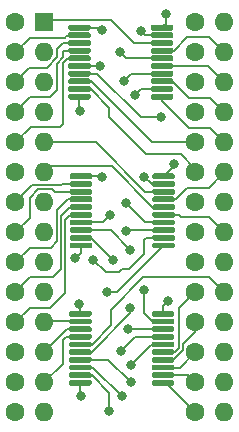
<source format=gtl>
G04 #@! TF.GenerationSoftware,KiCad,Pcbnew,(5.1.8)-1*
G04 #@! TF.CreationDate,2021-02-05T23:49:50-08:00*
G04 #@! TF.ProjectId,ROM_Emulator,524f4d5f-456d-4756-9c61-746f722e6b69,rev?*
G04 #@! TF.SameCoordinates,Original*
G04 #@! TF.FileFunction,Copper,L1,Top*
G04 #@! TF.FilePolarity,Positive*
%FSLAX46Y46*%
G04 Gerber Fmt 4.6, Leading zero omitted, Abs format (unit mm)*
G04 Created by KiCad (PCBNEW (5.1.8)-1) date 2021-02-05 23:49:50*
%MOMM*%
%LPD*%
G01*
G04 APERTURE LIST*
G04 #@! TA.AperFunction,ComponentPad*
%ADD10C,1.600000*%
G04 #@! TD*
G04 #@! TA.AperFunction,ComponentPad*
%ADD11O,1.600000X1.600000*%
G04 #@! TD*
G04 #@! TA.AperFunction,ComponentPad*
%ADD12R,1.600000X1.600000*%
G04 #@! TD*
G04 #@! TA.AperFunction,ViaPad*
%ADD13C,0.800000*%
G04 #@! TD*
G04 #@! TA.AperFunction,Conductor*
%ADD14C,0.152400*%
G04 #@! TD*
G04 APERTURE END LIST*
D10*
X179806600Y-116967000D03*
X164566600Y-116967000D03*
X179806600Y-114427000D03*
X179806600Y-111887000D03*
X179806600Y-109347000D03*
X179806600Y-106807000D03*
X179806600Y-104267000D03*
X179806600Y-101727000D03*
X179806600Y-99187000D03*
X179806600Y-96647000D03*
X179806600Y-94107000D03*
X179806600Y-91567000D03*
X179806600Y-89027000D03*
X179806600Y-86487000D03*
X179806600Y-83947000D03*
X164566600Y-114427000D03*
X164566600Y-111887000D03*
X164566600Y-109347000D03*
X164566600Y-106807000D03*
X164566600Y-104267000D03*
X164566600Y-101727000D03*
X164566600Y-99187000D03*
X164566600Y-96647000D03*
X164566600Y-94107000D03*
X164566600Y-91567000D03*
X164566600Y-89027000D03*
X164566600Y-86487000D03*
X164566600Y-83947000D03*
G04 #@! TA.AperFunction,SMDPad,CuDef*
G36*
G01*
X169057400Y-84525200D02*
X169057400Y-84275200D01*
G75*
G02*
X169182400Y-84150200I125000J0D01*
G01*
X170832400Y-84150200D01*
G75*
G02*
X170957400Y-84275200I0J-125000D01*
G01*
X170957400Y-84525200D01*
G75*
G02*
X170832400Y-84650200I-125000J0D01*
G01*
X169182400Y-84650200D01*
G75*
G02*
X169057400Y-84525200I0J125000D01*
G01*
G37*
G04 #@! TD.AperFunction*
G04 #@! TA.AperFunction,SMDPad,CuDef*
G36*
G01*
X169057400Y-85175200D02*
X169057400Y-84925200D01*
G75*
G02*
X169182400Y-84800200I125000J0D01*
G01*
X170832400Y-84800200D01*
G75*
G02*
X170957400Y-84925200I0J-125000D01*
G01*
X170957400Y-85175200D01*
G75*
G02*
X170832400Y-85300200I-125000J0D01*
G01*
X169182400Y-85300200D01*
G75*
G02*
X169057400Y-85175200I0J125000D01*
G01*
G37*
G04 #@! TD.AperFunction*
G04 #@! TA.AperFunction,SMDPad,CuDef*
G36*
G01*
X169057400Y-85825200D02*
X169057400Y-85575200D01*
G75*
G02*
X169182400Y-85450200I125000J0D01*
G01*
X170832400Y-85450200D01*
G75*
G02*
X170957400Y-85575200I0J-125000D01*
G01*
X170957400Y-85825200D01*
G75*
G02*
X170832400Y-85950200I-125000J0D01*
G01*
X169182400Y-85950200D01*
G75*
G02*
X169057400Y-85825200I0J125000D01*
G01*
G37*
G04 #@! TD.AperFunction*
G04 #@! TA.AperFunction,SMDPad,CuDef*
G36*
G01*
X169057400Y-86475200D02*
X169057400Y-86225200D01*
G75*
G02*
X169182400Y-86100200I125000J0D01*
G01*
X170832400Y-86100200D01*
G75*
G02*
X170957400Y-86225200I0J-125000D01*
G01*
X170957400Y-86475200D01*
G75*
G02*
X170832400Y-86600200I-125000J0D01*
G01*
X169182400Y-86600200D01*
G75*
G02*
X169057400Y-86475200I0J125000D01*
G01*
G37*
G04 #@! TD.AperFunction*
G04 #@! TA.AperFunction,SMDPad,CuDef*
G36*
G01*
X169057400Y-87125200D02*
X169057400Y-86875200D01*
G75*
G02*
X169182400Y-86750200I125000J0D01*
G01*
X170832400Y-86750200D01*
G75*
G02*
X170957400Y-86875200I0J-125000D01*
G01*
X170957400Y-87125200D01*
G75*
G02*
X170832400Y-87250200I-125000J0D01*
G01*
X169182400Y-87250200D01*
G75*
G02*
X169057400Y-87125200I0J125000D01*
G01*
G37*
G04 #@! TD.AperFunction*
G04 #@! TA.AperFunction,SMDPad,CuDef*
G36*
G01*
X169057400Y-87775200D02*
X169057400Y-87525200D01*
G75*
G02*
X169182400Y-87400200I125000J0D01*
G01*
X170832400Y-87400200D01*
G75*
G02*
X170957400Y-87525200I0J-125000D01*
G01*
X170957400Y-87775200D01*
G75*
G02*
X170832400Y-87900200I-125000J0D01*
G01*
X169182400Y-87900200D01*
G75*
G02*
X169057400Y-87775200I0J125000D01*
G01*
G37*
G04 #@! TD.AperFunction*
G04 #@! TA.AperFunction,SMDPad,CuDef*
G36*
G01*
X169057400Y-88425200D02*
X169057400Y-88175200D01*
G75*
G02*
X169182400Y-88050200I125000J0D01*
G01*
X170832400Y-88050200D01*
G75*
G02*
X170957400Y-88175200I0J-125000D01*
G01*
X170957400Y-88425200D01*
G75*
G02*
X170832400Y-88550200I-125000J0D01*
G01*
X169182400Y-88550200D01*
G75*
G02*
X169057400Y-88425200I0J125000D01*
G01*
G37*
G04 #@! TD.AperFunction*
G04 #@! TA.AperFunction,SMDPad,CuDef*
G36*
G01*
X169057400Y-89075200D02*
X169057400Y-88825200D01*
G75*
G02*
X169182400Y-88700200I125000J0D01*
G01*
X170832400Y-88700200D01*
G75*
G02*
X170957400Y-88825200I0J-125000D01*
G01*
X170957400Y-89075200D01*
G75*
G02*
X170832400Y-89200200I-125000J0D01*
G01*
X169182400Y-89200200D01*
G75*
G02*
X169057400Y-89075200I0J125000D01*
G01*
G37*
G04 #@! TD.AperFunction*
G04 #@! TA.AperFunction,SMDPad,CuDef*
G36*
G01*
X169057400Y-89725200D02*
X169057400Y-89475200D01*
G75*
G02*
X169182400Y-89350200I125000J0D01*
G01*
X170832400Y-89350200D01*
G75*
G02*
X170957400Y-89475200I0J-125000D01*
G01*
X170957400Y-89725200D01*
G75*
G02*
X170832400Y-89850200I-125000J0D01*
G01*
X169182400Y-89850200D01*
G75*
G02*
X169057400Y-89725200I0J125000D01*
G01*
G37*
G04 #@! TD.AperFunction*
G04 #@! TA.AperFunction,SMDPad,CuDef*
G36*
G01*
X169057400Y-90375200D02*
X169057400Y-90125200D01*
G75*
G02*
X169182400Y-90000200I125000J0D01*
G01*
X170832400Y-90000200D01*
G75*
G02*
X170957400Y-90125200I0J-125000D01*
G01*
X170957400Y-90375200D01*
G75*
G02*
X170832400Y-90500200I-125000J0D01*
G01*
X169182400Y-90500200D01*
G75*
G02*
X169057400Y-90375200I0J125000D01*
G01*
G37*
G04 #@! TD.AperFunction*
G04 #@! TA.AperFunction,SMDPad,CuDef*
G36*
G01*
X176057400Y-90375200D02*
X176057400Y-90125200D01*
G75*
G02*
X176182400Y-90000200I125000J0D01*
G01*
X177832400Y-90000200D01*
G75*
G02*
X177957400Y-90125200I0J-125000D01*
G01*
X177957400Y-90375200D01*
G75*
G02*
X177832400Y-90500200I-125000J0D01*
G01*
X176182400Y-90500200D01*
G75*
G02*
X176057400Y-90375200I0J125000D01*
G01*
G37*
G04 #@! TD.AperFunction*
G04 #@! TA.AperFunction,SMDPad,CuDef*
G36*
G01*
X176057400Y-89725200D02*
X176057400Y-89475200D01*
G75*
G02*
X176182400Y-89350200I125000J0D01*
G01*
X177832400Y-89350200D01*
G75*
G02*
X177957400Y-89475200I0J-125000D01*
G01*
X177957400Y-89725200D01*
G75*
G02*
X177832400Y-89850200I-125000J0D01*
G01*
X176182400Y-89850200D01*
G75*
G02*
X176057400Y-89725200I0J125000D01*
G01*
G37*
G04 #@! TD.AperFunction*
G04 #@! TA.AperFunction,SMDPad,CuDef*
G36*
G01*
X176057400Y-89075200D02*
X176057400Y-88825200D01*
G75*
G02*
X176182400Y-88700200I125000J0D01*
G01*
X177832400Y-88700200D01*
G75*
G02*
X177957400Y-88825200I0J-125000D01*
G01*
X177957400Y-89075200D01*
G75*
G02*
X177832400Y-89200200I-125000J0D01*
G01*
X176182400Y-89200200D01*
G75*
G02*
X176057400Y-89075200I0J125000D01*
G01*
G37*
G04 #@! TD.AperFunction*
G04 #@! TA.AperFunction,SMDPad,CuDef*
G36*
G01*
X176057400Y-88425200D02*
X176057400Y-88175200D01*
G75*
G02*
X176182400Y-88050200I125000J0D01*
G01*
X177832400Y-88050200D01*
G75*
G02*
X177957400Y-88175200I0J-125000D01*
G01*
X177957400Y-88425200D01*
G75*
G02*
X177832400Y-88550200I-125000J0D01*
G01*
X176182400Y-88550200D01*
G75*
G02*
X176057400Y-88425200I0J125000D01*
G01*
G37*
G04 #@! TD.AperFunction*
G04 #@! TA.AperFunction,SMDPad,CuDef*
G36*
G01*
X176057400Y-87775200D02*
X176057400Y-87525200D01*
G75*
G02*
X176182400Y-87400200I125000J0D01*
G01*
X177832400Y-87400200D01*
G75*
G02*
X177957400Y-87525200I0J-125000D01*
G01*
X177957400Y-87775200D01*
G75*
G02*
X177832400Y-87900200I-125000J0D01*
G01*
X176182400Y-87900200D01*
G75*
G02*
X176057400Y-87775200I0J125000D01*
G01*
G37*
G04 #@! TD.AperFunction*
G04 #@! TA.AperFunction,SMDPad,CuDef*
G36*
G01*
X176057400Y-87125200D02*
X176057400Y-86875200D01*
G75*
G02*
X176182400Y-86750200I125000J0D01*
G01*
X177832400Y-86750200D01*
G75*
G02*
X177957400Y-86875200I0J-125000D01*
G01*
X177957400Y-87125200D01*
G75*
G02*
X177832400Y-87250200I-125000J0D01*
G01*
X176182400Y-87250200D01*
G75*
G02*
X176057400Y-87125200I0J125000D01*
G01*
G37*
G04 #@! TD.AperFunction*
G04 #@! TA.AperFunction,SMDPad,CuDef*
G36*
G01*
X176057400Y-86475200D02*
X176057400Y-86225200D01*
G75*
G02*
X176182400Y-86100200I125000J0D01*
G01*
X177832400Y-86100200D01*
G75*
G02*
X177957400Y-86225200I0J-125000D01*
G01*
X177957400Y-86475200D01*
G75*
G02*
X177832400Y-86600200I-125000J0D01*
G01*
X176182400Y-86600200D01*
G75*
G02*
X176057400Y-86475200I0J125000D01*
G01*
G37*
G04 #@! TD.AperFunction*
G04 #@! TA.AperFunction,SMDPad,CuDef*
G36*
G01*
X176057400Y-85825200D02*
X176057400Y-85575200D01*
G75*
G02*
X176182400Y-85450200I125000J0D01*
G01*
X177832400Y-85450200D01*
G75*
G02*
X177957400Y-85575200I0J-125000D01*
G01*
X177957400Y-85825200D01*
G75*
G02*
X177832400Y-85950200I-125000J0D01*
G01*
X176182400Y-85950200D01*
G75*
G02*
X176057400Y-85825200I0J125000D01*
G01*
G37*
G04 #@! TD.AperFunction*
G04 #@! TA.AperFunction,SMDPad,CuDef*
G36*
G01*
X176057400Y-85175200D02*
X176057400Y-84925200D01*
G75*
G02*
X176182400Y-84800200I125000J0D01*
G01*
X177832400Y-84800200D01*
G75*
G02*
X177957400Y-84925200I0J-125000D01*
G01*
X177957400Y-85175200D01*
G75*
G02*
X177832400Y-85300200I-125000J0D01*
G01*
X176182400Y-85300200D01*
G75*
G02*
X176057400Y-85175200I0J125000D01*
G01*
G37*
G04 #@! TD.AperFunction*
G04 #@! TA.AperFunction,SMDPad,CuDef*
G36*
G01*
X176057400Y-84525200D02*
X176057400Y-84275200D01*
G75*
G02*
X176182400Y-84150200I125000J0D01*
G01*
X177832400Y-84150200D01*
G75*
G02*
X177957400Y-84275200I0J-125000D01*
G01*
X177957400Y-84525200D01*
G75*
G02*
X177832400Y-84650200I-125000J0D01*
G01*
X176182400Y-84650200D01*
G75*
G02*
X176057400Y-84525200I0J125000D01*
G01*
G37*
G04 #@! TD.AperFunction*
G04 #@! TA.AperFunction,SMDPad,CuDef*
G36*
G01*
X176184400Y-97123600D02*
X176184400Y-96873600D01*
G75*
G02*
X176309400Y-96748600I125000J0D01*
G01*
X177959400Y-96748600D01*
G75*
G02*
X178084400Y-96873600I0J-125000D01*
G01*
X178084400Y-97123600D01*
G75*
G02*
X177959400Y-97248600I-125000J0D01*
G01*
X176309400Y-97248600D01*
G75*
G02*
X176184400Y-97123600I0J125000D01*
G01*
G37*
G04 #@! TD.AperFunction*
G04 #@! TA.AperFunction,SMDPad,CuDef*
G36*
G01*
X176184400Y-97773600D02*
X176184400Y-97523600D01*
G75*
G02*
X176309400Y-97398600I125000J0D01*
G01*
X177959400Y-97398600D01*
G75*
G02*
X178084400Y-97523600I0J-125000D01*
G01*
X178084400Y-97773600D01*
G75*
G02*
X177959400Y-97898600I-125000J0D01*
G01*
X176309400Y-97898600D01*
G75*
G02*
X176184400Y-97773600I0J125000D01*
G01*
G37*
G04 #@! TD.AperFunction*
G04 #@! TA.AperFunction,SMDPad,CuDef*
G36*
G01*
X176184400Y-98423600D02*
X176184400Y-98173600D01*
G75*
G02*
X176309400Y-98048600I125000J0D01*
G01*
X177959400Y-98048600D01*
G75*
G02*
X178084400Y-98173600I0J-125000D01*
G01*
X178084400Y-98423600D01*
G75*
G02*
X177959400Y-98548600I-125000J0D01*
G01*
X176309400Y-98548600D01*
G75*
G02*
X176184400Y-98423600I0J125000D01*
G01*
G37*
G04 #@! TD.AperFunction*
G04 #@! TA.AperFunction,SMDPad,CuDef*
G36*
G01*
X176184400Y-99073600D02*
X176184400Y-98823600D01*
G75*
G02*
X176309400Y-98698600I125000J0D01*
G01*
X177959400Y-98698600D01*
G75*
G02*
X178084400Y-98823600I0J-125000D01*
G01*
X178084400Y-99073600D01*
G75*
G02*
X177959400Y-99198600I-125000J0D01*
G01*
X176309400Y-99198600D01*
G75*
G02*
X176184400Y-99073600I0J125000D01*
G01*
G37*
G04 #@! TD.AperFunction*
G04 #@! TA.AperFunction,SMDPad,CuDef*
G36*
G01*
X176184400Y-99723600D02*
X176184400Y-99473600D01*
G75*
G02*
X176309400Y-99348600I125000J0D01*
G01*
X177959400Y-99348600D01*
G75*
G02*
X178084400Y-99473600I0J-125000D01*
G01*
X178084400Y-99723600D01*
G75*
G02*
X177959400Y-99848600I-125000J0D01*
G01*
X176309400Y-99848600D01*
G75*
G02*
X176184400Y-99723600I0J125000D01*
G01*
G37*
G04 #@! TD.AperFunction*
G04 #@! TA.AperFunction,SMDPad,CuDef*
G36*
G01*
X176184400Y-100373600D02*
X176184400Y-100123600D01*
G75*
G02*
X176309400Y-99998600I125000J0D01*
G01*
X177959400Y-99998600D01*
G75*
G02*
X178084400Y-100123600I0J-125000D01*
G01*
X178084400Y-100373600D01*
G75*
G02*
X177959400Y-100498600I-125000J0D01*
G01*
X176309400Y-100498600D01*
G75*
G02*
X176184400Y-100373600I0J125000D01*
G01*
G37*
G04 #@! TD.AperFunction*
G04 #@! TA.AperFunction,SMDPad,CuDef*
G36*
G01*
X176184400Y-101023600D02*
X176184400Y-100773600D01*
G75*
G02*
X176309400Y-100648600I125000J0D01*
G01*
X177959400Y-100648600D01*
G75*
G02*
X178084400Y-100773600I0J-125000D01*
G01*
X178084400Y-101023600D01*
G75*
G02*
X177959400Y-101148600I-125000J0D01*
G01*
X176309400Y-101148600D01*
G75*
G02*
X176184400Y-101023600I0J125000D01*
G01*
G37*
G04 #@! TD.AperFunction*
G04 #@! TA.AperFunction,SMDPad,CuDef*
G36*
G01*
X176184400Y-101673600D02*
X176184400Y-101423600D01*
G75*
G02*
X176309400Y-101298600I125000J0D01*
G01*
X177959400Y-101298600D01*
G75*
G02*
X178084400Y-101423600I0J-125000D01*
G01*
X178084400Y-101673600D01*
G75*
G02*
X177959400Y-101798600I-125000J0D01*
G01*
X176309400Y-101798600D01*
G75*
G02*
X176184400Y-101673600I0J125000D01*
G01*
G37*
G04 #@! TD.AperFunction*
G04 #@! TA.AperFunction,SMDPad,CuDef*
G36*
G01*
X176184400Y-102323600D02*
X176184400Y-102073600D01*
G75*
G02*
X176309400Y-101948600I125000J0D01*
G01*
X177959400Y-101948600D01*
G75*
G02*
X178084400Y-102073600I0J-125000D01*
G01*
X178084400Y-102323600D01*
G75*
G02*
X177959400Y-102448600I-125000J0D01*
G01*
X176309400Y-102448600D01*
G75*
G02*
X176184400Y-102323600I0J125000D01*
G01*
G37*
G04 #@! TD.AperFunction*
G04 #@! TA.AperFunction,SMDPad,CuDef*
G36*
G01*
X176184400Y-102973600D02*
X176184400Y-102723600D01*
G75*
G02*
X176309400Y-102598600I125000J0D01*
G01*
X177959400Y-102598600D01*
G75*
G02*
X178084400Y-102723600I0J-125000D01*
G01*
X178084400Y-102973600D01*
G75*
G02*
X177959400Y-103098600I-125000J0D01*
G01*
X176309400Y-103098600D01*
G75*
G02*
X176184400Y-102973600I0J125000D01*
G01*
G37*
G04 #@! TD.AperFunction*
G04 #@! TA.AperFunction,SMDPad,CuDef*
G36*
G01*
X169184400Y-102973600D02*
X169184400Y-102723600D01*
G75*
G02*
X169309400Y-102598600I125000J0D01*
G01*
X170959400Y-102598600D01*
G75*
G02*
X171084400Y-102723600I0J-125000D01*
G01*
X171084400Y-102973600D01*
G75*
G02*
X170959400Y-103098600I-125000J0D01*
G01*
X169309400Y-103098600D01*
G75*
G02*
X169184400Y-102973600I0J125000D01*
G01*
G37*
G04 #@! TD.AperFunction*
G04 #@! TA.AperFunction,SMDPad,CuDef*
G36*
G01*
X169184400Y-102323600D02*
X169184400Y-102073600D01*
G75*
G02*
X169309400Y-101948600I125000J0D01*
G01*
X170959400Y-101948600D01*
G75*
G02*
X171084400Y-102073600I0J-125000D01*
G01*
X171084400Y-102323600D01*
G75*
G02*
X170959400Y-102448600I-125000J0D01*
G01*
X169309400Y-102448600D01*
G75*
G02*
X169184400Y-102323600I0J125000D01*
G01*
G37*
G04 #@! TD.AperFunction*
G04 #@! TA.AperFunction,SMDPad,CuDef*
G36*
G01*
X169184400Y-101673600D02*
X169184400Y-101423600D01*
G75*
G02*
X169309400Y-101298600I125000J0D01*
G01*
X170959400Y-101298600D01*
G75*
G02*
X171084400Y-101423600I0J-125000D01*
G01*
X171084400Y-101673600D01*
G75*
G02*
X170959400Y-101798600I-125000J0D01*
G01*
X169309400Y-101798600D01*
G75*
G02*
X169184400Y-101673600I0J125000D01*
G01*
G37*
G04 #@! TD.AperFunction*
G04 #@! TA.AperFunction,SMDPad,CuDef*
G36*
G01*
X169184400Y-101023600D02*
X169184400Y-100773600D01*
G75*
G02*
X169309400Y-100648600I125000J0D01*
G01*
X170959400Y-100648600D01*
G75*
G02*
X171084400Y-100773600I0J-125000D01*
G01*
X171084400Y-101023600D01*
G75*
G02*
X170959400Y-101148600I-125000J0D01*
G01*
X169309400Y-101148600D01*
G75*
G02*
X169184400Y-101023600I0J125000D01*
G01*
G37*
G04 #@! TD.AperFunction*
G04 #@! TA.AperFunction,SMDPad,CuDef*
G36*
G01*
X169184400Y-100373600D02*
X169184400Y-100123600D01*
G75*
G02*
X169309400Y-99998600I125000J0D01*
G01*
X170959400Y-99998600D01*
G75*
G02*
X171084400Y-100123600I0J-125000D01*
G01*
X171084400Y-100373600D01*
G75*
G02*
X170959400Y-100498600I-125000J0D01*
G01*
X169309400Y-100498600D01*
G75*
G02*
X169184400Y-100373600I0J125000D01*
G01*
G37*
G04 #@! TD.AperFunction*
G04 #@! TA.AperFunction,SMDPad,CuDef*
G36*
G01*
X169184400Y-99723600D02*
X169184400Y-99473600D01*
G75*
G02*
X169309400Y-99348600I125000J0D01*
G01*
X170959400Y-99348600D01*
G75*
G02*
X171084400Y-99473600I0J-125000D01*
G01*
X171084400Y-99723600D01*
G75*
G02*
X170959400Y-99848600I-125000J0D01*
G01*
X169309400Y-99848600D01*
G75*
G02*
X169184400Y-99723600I0J125000D01*
G01*
G37*
G04 #@! TD.AperFunction*
G04 #@! TA.AperFunction,SMDPad,CuDef*
G36*
G01*
X169184400Y-99073600D02*
X169184400Y-98823600D01*
G75*
G02*
X169309400Y-98698600I125000J0D01*
G01*
X170959400Y-98698600D01*
G75*
G02*
X171084400Y-98823600I0J-125000D01*
G01*
X171084400Y-99073600D01*
G75*
G02*
X170959400Y-99198600I-125000J0D01*
G01*
X169309400Y-99198600D01*
G75*
G02*
X169184400Y-99073600I0J125000D01*
G01*
G37*
G04 #@! TD.AperFunction*
G04 #@! TA.AperFunction,SMDPad,CuDef*
G36*
G01*
X169184400Y-98423600D02*
X169184400Y-98173600D01*
G75*
G02*
X169309400Y-98048600I125000J0D01*
G01*
X170959400Y-98048600D01*
G75*
G02*
X171084400Y-98173600I0J-125000D01*
G01*
X171084400Y-98423600D01*
G75*
G02*
X170959400Y-98548600I-125000J0D01*
G01*
X169309400Y-98548600D01*
G75*
G02*
X169184400Y-98423600I0J125000D01*
G01*
G37*
G04 #@! TD.AperFunction*
G04 #@! TA.AperFunction,SMDPad,CuDef*
G36*
G01*
X169184400Y-97773600D02*
X169184400Y-97523600D01*
G75*
G02*
X169309400Y-97398600I125000J0D01*
G01*
X170959400Y-97398600D01*
G75*
G02*
X171084400Y-97523600I0J-125000D01*
G01*
X171084400Y-97773600D01*
G75*
G02*
X170959400Y-97898600I-125000J0D01*
G01*
X169309400Y-97898600D01*
G75*
G02*
X169184400Y-97773600I0J125000D01*
G01*
G37*
G04 #@! TD.AperFunction*
G04 #@! TA.AperFunction,SMDPad,CuDef*
G36*
G01*
X169184400Y-97123600D02*
X169184400Y-96873600D01*
G75*
G02*
X169309400Y-96748600I125000J0D01*
G01*
X170959400Y-96748600D01*
G75*
G02*
X171084400Y-96873600I0J-125000D01*
G01*
X171084400Y-97123600D01*
G75*
G02*
X170959400Y-97248600I-125000J0D01*
G01*
X169309400Y-97248600D01*
G75*
G02*
X169184400Y-97123600I0J125000D01*
G01*
G37*
G04 #@! TD.AperFunction*
G04 #@! TA.AperFunction,SMDPad,CuDef*
G36*
G01*
X176133600Y-108756800D02*
X176133600Y-108506800D01*
G75*
G02*
X176258600Y-108381800I125000J0D01*
G01*
X177908600Y-108381800D01*
G75*
G02*
X178033600Y-108506800I0J-125000D01*
G01*
X178033600Y-108756800D01*
G75*
G02*
X177908600Y-108881800I-125000J0D01*
G01*
X176258600Y-108881800D01*
G75*
G02*
X176133600Y-108756800I0J125000D01*
G01*
G37*
G04 #@! TD.AperFunction*
G04 #@! TA.AperFunction,SMDPad,CuDef*
G36*
G01*
X176133600Y-109406800D02*
X176133600Y-109156800D01*
G75*
G02*
X176258600Y-109031800I125000J0D01*
G01*
X177908600Y-109031800D01*
G75*
G02*
X178033600Y-109156800I0J-125000D01*
G01*
X178033600Y-109406800D01*
G75*
G02*
X177908600Y-109531800I-125000J0D01*
G01*
X176258600Y-109531800D01*
G75*
G02*
X176133600Y-109406800I0J125000D01*
G01*
G37*
G04 #@! TD.AperFunction*
G04 #@! TA.AperFunction,SMDPad,CuDef*
G36*
G01*
X176133600Y-110056800D02*
X176133600Y-109806800D01*
G75*
G02*
X176258600Y-109681800I125000J0D01*
G01*
X177908600Y-109681800D01*
G75*
G02*
X178033600Y-109806800I0J-125000D01*
G01*
X178033600Y-110056800D01*
G75*
G02*
X177908600Y-110181800I-125000J0D01*
G01*
X176258600Y-110181800D01*
G75*
G02*
X176133600Y-110056800I0J125000D01*
G01*
G37*
G04 #@! TD.AperFunction*
G04 #@! TA.AperFunction,SMDPad,CuDef*
G36*
G01*
X176133600Y-110706800D02*
X176133600Y-110456800D01*
G75*
G02*
X176258600Y-110331800I125000J0D01*
G01*
X177908600Y-110331800D01*
G75*
G02*
X178033600Y-110456800I0J-125000D01*
G01*
X178033600Y-110706800D01*
G75*
G02*
X177908600Y-110831800I-125000J0D01*
G01*
X176258600Y-110831800D01*
G75*
G02*
X176133600Y-110706800I0J125000D01*
G01*
G37*
G04 #@! TD.AperFunction*
G04 #@! TA.AperFunction,SMDPad,CuDef*
G36*
G01*
X176133600Y-111356800D02*
X176133600Y-111106800D01*
G75*
G02*
X176258600Y-110981800I125000J0D01*
G01*
X177908600Y-110981800D01*
G75*
G02*
X178033600Y-111106800I0J-125000D01*
G01*
X178033600Y-111356800D01*
G75*
G02*
X177908600Y-111481800I-125000J0D01*
G01*
X176258600Y-111481800D01*
G75*
G02*
X176133600Y-111356800I0J125000D01*
G01*
G37*
G04 #@! TD.AperFunction*
G04 #@! TA.AperFunction,SMDPad,CuDef*
G36*
G01*
X176133600Y-112006800D02*
X176133600Y-111756800D01*
G75*
G02*
X176258600Y-111631800I125000J0D01*
G01*
X177908600Y-111631800D01*
G75*
G02*
X178033600Y-111756800I0J-125000D01*
G01*
X178033600Y-112006800D01*
G75*
G02*
X177908600Y-112131800I-125000J0D01*
G01*
X176258600Y-112131800D01*
G75*
G02*
X176133600Y-112006800I0J125000D01*
G01*
G37*
G04 #@! TD.AperFunction*
G04 #@! TA.AperFunction,SMDPad,CuDef*
G36*
G01*
X176133600Y-112656800D02*
X176133600Y-112406800D01*
G75*
G02*
X176258600Y-112281800I125000J0D01*
G01*
X177908600Y-112281800D01*
G75*
G02*
X178033600Y-112406800I0J-125000D01*
G01*
X178033600Y-112656800D01*
G75*
G02*
X177908600Y-112781800I-125000J0D01*
G01*
X176258600Y-112781800D01*
G75*
G02*
X176133600Y-112656800I0J125000D01*
G01*
G37*
G04 #@! TD.AperFunction*
G04 #@! TA.AperFunction,SMDPad,CuDef*
G36*
G01*
X176133600Y-113306800D02*
X176133600Y-113056800D01*
G75*
G02*
X176258600Y-112931800I125000J0D01*
G01*
X177908600Y-112931800D01*
G75*
G02*
X178033600Y-113056800I0J-125000D01*
G01*
X178033600Y-113306800D01*
G75*
G02*
X177908600Y-113431800I-125000J0D01*
G01*
X176258600Y-113431800D01*
G75*
G02*
X176133600Y-113306800I0J125000D01*
G01*
G37*
G04 #@! TD.AperFunction*
G04 #@! TA.AperFunction,SMDPad,CuDef*
G36*
G01*
X176133600Y-113956800D02*
X176133600Y-113706800D01*
G75*
G02*
X176258600Y-113581800I125000J0D01*
G01*
X177908600Y-113581800D01*
G75*
G02*
X178033600Y-113706800I0J-125000D01*
G01*
X178033600Y-113956800D01*
G75*
G02*
X177908600Y-114081800I-125000J0D01*
G01*
X176258600Y-114081800D01*
G75*
G02*
X176133600Y-113956800I0J125000D01*
G01*
G37*
G04 #@! TD.AperFunction*
G04 #@! TA.AperFunction,SMDPad,CuDef*
G36*
G01*
X176133600Y-114606800D02*
X176133600Y-114356800D01*
G75*
G02*
X176258600Y-114231800I125000J0D01*
G01*
X177908600Y-114231800D01*
G75*
G02*
X178033600Y-114356800I0J-125000D01*
G01*
X178033600Y-114606800D01*
G75*
G02*
X177908600Y-114731800I-125000J0D01*
G01*
X176258600Y-114731800D01*
G75*
G02*
X176133600Y-114606800I0J125000D01*
G01*
G37*
G04 #@! TD.AperFunction*
G04 #@! TA.AperFunction,SMDPad,CuDef*
G36*
G01*
X169133600Y-114606800D02*
X169133600Y-114356800D01*
G75*
G02*
X169258600Y-114231800I125000J0D01*
G01*
X170908600Y-114231800D01*
G75*
G02*
X171033600Y-114356800I0J-125000D01*
G01*
X171033600Y-114606800D01*
G75*
G02*
X170908600Y-114731800I-125000J0D01*
G01*
X169258600Y-114731800D01*
G75*
G02*
X169133600Y-114606800I0J125000D01*
G01*
G37*
G04 #@! TD.AperFunction*
G04 #@! TA.AperFunction,SMDPad,CuDef*
G36*
G01*
X169133600Y-113956800D02*
X169133600Y-113706800D01*
G75*
G02*
X169258600Y-113581800I125000J0D01*
G01*
X170908600Y-113581800D01*
G75*
G02*
X171033600Y-113706800I0J-125000D01*
G01*
X171033600Y-113956800D01*
G75*
G02*
X170908600Y-114081800I-125000J0D01*
G01*
X169258600Y-114081800D01*
G75*
G02*
X169133600Y-113956800I0J125000D01*
G01*
G37*
G04 #@! TD.AperFunction*
G04 #@! TA.AperFunction,SMDPad,CuDef*
G36*
G01*
X169133600Y-113306800D02*
X169133600Y-113056800D01*
G75*
G02*
X169258600Y-112931800I125000J0D01*
G01*
X170908600Y-112931800D01*
G75*
G02*
X171033600Y-113056800I0J-125000D01*
G01*
X171033600Y-113306800D01*
G75*
G02*
X170908600Y-113431800I-125000J0D01*
G01*
X169258600Y-113431800D01*
G75*
G02*
X169133600Y-113306800I0J125000D01*
G01*
G37*
G04 #@! TD.AperFunction*
G04 #@! TA.AperFunction,SMDPad,CuDef*
G36*
G01*
X169133600Y-112656800D02*
X169133600Y-112406800D01*
G75*
G02*
X169258600Y-112281800I125000J0D01*
G01*
X170908600Y-112281800D01*
G75*
G02*
X171033600Y-112406800I0J-125000D01*
G01*
X171033600Y-112656800D01*
G75*
G02*
X170908600Y-112781800I-125000J0D01*
G01*
X169258600Y-112781800D01*
G75*
G02*
X169133600Y-112656800I0J125000D01*
G01*
G37*
G04 #@! TD.AperFunction*
G04 #@! TA.AperFunction,SMDPad,CuDef*
G36*
G01*
X169133600Y-112006800D02*
X169133600Y-111756800D01*
G75*
G02*
X169258600Y-111631800I125000J0D01*
G01*
X170908600Y-111631800D01*
G75*
G02*
X171033600Y-111756800I0J-125000D01*
G01*
X171033600Y-112006800D01*
G75*
G02*
X170908600Y-112131800I-125000J0D01*
G01*
X169258600Y-112131800D01*
G75*
G02*
X169133600Y-112006800I0J125000D01*
G01*
G37*
G04 #@! TD.AperFunction*
G04 #@! TA.AperFunction,SMDPad,CuDef*
G36*
G01*
X169133600Y-111356800D02*
X169133600Y-111106800D01*
G75*
G02*
X169258600Y-110981800I125000J0D01*
G01*
X170908600Y-110981800D01*
G75*
G02*
X171033600Y-111106800I0J-125000D01*
G01*
X171033600Y-111356800D01*
G75*
G02*
X170908600Y-111481800I-125000J0D01*
G01*
X169258600Y-111481800D01*
G75*
G02*
X169133600Y-111356800I0J125000D01*
G01*
G37*
G04 #@! TD.AperFunction*
G04 #@! TA.AperFunction,SMDPad,CuDef*
G36*
G01*
X169133600Y-110706800D02*
X169133600Y-110456800D01*
G75*
G02*
X169258600Y-110331800I125000J0D01*
G01*
X170908600Y-110331800D01*
G75*
G02*
X171033600Y-110456800I0J-125000D01*
G01*
X171033600Y-110706800D01*
G75*
G02*
X170908600Y-110831800I-125000J0D01*
G01*
X169258600Y-110831800D01*
G75*
G02*
X169133600Y-110706800I0J125000D01*
G01*
G37*
G04 #@! TD.AperFunction*
G04 #@! TA.AperFunction,SMDPad,CuDef*
G36*
G01*
X169133600Y-110056800D02*
X169133600Y-109806800D01*
G75*
G02*
X169258600Y-109681800I125000J0D01*
G01*
X170908600Y-109681800D01*
G75*
G02*
X171033600Y-109806800I0J-125000D01*
G01*
X171033600Y-110056800D01*
G75*
G02*
X170908600Y-110181800I-125000J0D01*
G01*
X169258600Y-110181800D01*
G75*
G02*
X169133600Y-110056800I0J125000D01*
G01*
G37*
G04 #@! TD.AperFunction*
G04 #@! TA.AperFunction,SMDPad,CuDef*
G36*
G01*
X169133600Y-109406800D02*
X169133600Y-109156800D01*
G75*
G02*
X169258600Y-109031800I125000J0D01*
G01*
X170908600Y-109031800D01*
G75*
G02*
X171033600Y-109156800I0J-125000D01*
G01*
X171033600Y-109406800D01*
G75*
G02*
X170908600Y-109531800I-125000J0D01*
G01*
X169258600Y-109531800D01*
G75*
G02*
X169133600Y-109406800I0J125000D01*
G01*
G37*
G04 #@! TD.AperFunction*
G04 #@! TA.AperFunction,SMDPad,CuDef*
G36*
G01*
X169133600Y-108756800D02*
X169133600Y-108506800D01*
G75*
G02*
X169258600Y-108381800I125000J0D01*
G01*
X170908600Y-108381800D01*
G75*
G02*
X171033600Y-108506800I0J-125000D01*
G01*
X171033600Y-108756800D01*
G75*
G02*
X170908600Y-108881800I-125000J0D01*
G01*
X169258600Y-108881800D01*
G75*
G02*
X169133600Y-108756800I0J125000D01*
G01*
G37*
G04 #@! TD.AperFunction*
D11*
X182270400Y-83947000D03*
X167030400Y-116967000D03*
X182270400Y-86487000D03*
X167030400Y-114427000D03*
X182270400Y-89027000D03*
X167030400Y-111887000D03*
X182270400Y-91567000D03*
X167030400Y-109347000D03*
X182270400Y-94107000D03*
X167030400Y-106807000D03*
X182270400Y-96647000D03*
X167030400Y-104267000D03*
X182270400Y-99187000D03*
X167030400Y-101727000D03*
X182270400Y-101727000D03*
X167030400Y-99187000D03*
X182270400Y-104267000D03*
X167030400Y-96647000D03*
X182270400Y-106807000D03*
X167030400Y-94107000D03*
X182270400Y-109347000D03*
X167030400Y-91567000D03*
X182270400Y-111887000D03*
X167030400Y-89027000D03*
X182270400Y-114427000D03*
X167030400Y-86487000D03*
X182270400Y-116967000D03*
D12*
X167030400Y-83947000D03*
D13*
X171881800Y-84582000D03*
X170053000Y-91440000D03*
X171907200Y-97078800D03*
X170002200Y-107772200D03*
X170129200Y-115570000D03*
X175183800Y-84709000D03*
X175514000Y-97028000D03*
X169672000Y-103911400D03*
X172339000Y-106807000D03*
X171196000Y-104038400D03*
X175437800Y-106629200D03*
X173913800Y-101600000D03*
X173913800Y-99237800D03*
X174320200Y-108102400D03*
X174734220Y-90065860D03*
X174345600Y-114427000D03*
X173786800Y-88900000D03*
X173583600Y-115570000D03*
X173405800Y-86487000D03*
X172516800Y-116890800D03*
X177317400Y-83286600D03*
X177520600Y-107518200D03*
X178003200Y-95961200D03*
X174091600Y-109931200D03*
X173507400Y-111785400D03*
X174345602Y-112928400D03*
X171754800Y-87655400D03*
X172618400Y-100253800D03*
X174320200Y-103200200D03*
X172847000Y-104089200D03*
X176911000Y-91998800D03*
D14*
X171700000Y-84400200D02*
X171881800Y-84582000D01*
X170007400Y-84400200D02*
X171700000Y-84400200D01*
X170007400Y-90250200D02*
X170007400Y-91394400D01*
X170007400Y-91394400D02*
X170053000Y-91440000D01*
X171827000Y-96998600D02*
X171907200Y-97078800D01*
X170134400Y-96998600D02*
X171827000Y-96998600D01*
X170083600Y-107853600D02*
X170002200Y-107772200D01*
X170083600Y-108631800D02*
X170083600Y-107853600D01*
X170083600Y-115524400D02*
X170129200Y-115570000D01*
X170083600Y-114481800D02*
X170083600Y-115524400D01*
X175525000Y-85050200D02*
X175183800Y-84709000D01*
X177007400Y-85050200D02*
X175525000Y-85050200D01*
X176134600Y-97648600D02*
X175514000Y-97028000D01*
X177134400Y-97648600D02*
X176134600Y-97648600D01*
X170134400Y-103449000D02*
X169672000Y-103911400D01*
X170134400Y-102848600D02*
X170134400Y-103449000D01*
X181000400Y-85217000D02*
X182270400Y-86487000D01*
X179146200Y-85217000D02*
X181000400Y-85217000D01*
X178013000Y-86350200D02*
X179146200Y-85217000D01*
X177007400Y-86350200D02*
X178013000Y-86350200D01*
X168605200Y-112852200D02*
X167030400Y-114427000D01*
X168907100Y-110581800D02*
X168605200Y-110883700D01*
X168605200Y-110883700D02*
X168605200Y-112852200D01*
X170083600Y-110581800D02*
X168907100Y-110581800D01*
X180893600Y-87650200D02*
X182270400Y-89027000D01*
X177007400Y-87650200D02*
X180893600Y-87650200D01*
X168985600Y-109931800D02*
X167030400Y-111887000D01*
X170083600Y-109931800D02*
X168985600Y-109931800D01*
X181051200Y-90347800D02*
X182270400Y-91567000D01*
X179273200Y-90347800D02*
X181051200Y-90347800D01*
X177875600Y-88950200D02*
X179273200Y-90347800D01*
X177007400Y-88950200D02*
X177875600Y-88950200D01*
X167095600Y-109281800D02*
X167030400Y-109347000D01*
X170083600Y-109281800D02*
X167095600Y-109281800D01*
X181025800Y-92862400D02*
X182270400Y-94107000D01*
X179273200Y-92862400D02*
X181025800Y-92862400D01*
X177007400Y-90596600D02*
X179273200Y-92862400D01*
X177007400Y-90250200D02*
X177007400Y-90596600D01*
X177134400Y-102848600D02*
X173176000Y-106807000D01*
X172339000Y-106807000D02*
X173176000Y-106807000D01*
X180949600Y-97967800D02*
X182270400Y-96647000D01*
X179146200Y-97967800D02*
X180949600Y-97967800D01*
X178165400Y-98948600D02*
X179146200Y-97967800D01*
X177134400Y-98948600D02*
X178165400Y-98948600D01*
X176304780Y-102198600D02*
X177134400Y-102198600D01*
X173398180Y-105105200D02*
X173652180Y-104851200D01*
X172262800Y-105105200D02*
X173398180Y-105105200D01*
X171196000Y-104038400D02*
X172262800Y-105105200D01*
X173652180Y-104851200D02*
X174233840Y-104851200D01*
X174233840Y-104851200D02*
X175503840Y-103581200D01*
X175503840Y-103581200D02*
X175503840Y-102364540D01*
X175669780Y-102198600D02*
X177134400Y-102198600D01*
X175503840Y-102364540D02*
X175669780Y-102198600D01*
X177083600Y-109281800D02*
X176133600Y-109281800D01*
X175437800Y-108586000D02*
X175437800Y-106629200D01*
X176133600Y-109281800D02*
X175437800Y-108586000D01*
X173965200Y-101548600D02*
X173913800Y-101600000D01*
X177134400Y-101548600D02*
X173965200Y-101548600D01*
X181000400Y-100457000D02*
X182270400Y-101727000D01*
X178587400Y-100457000D02*
X181000400Y-100457000D01*
X178409600Y-100279200D02*
X178587400Y-100457000D01*
X177165000Y-100279200D02*
X177134400Y-100248600D01*
X178409600Y-100279200D02*
X177165000Y-100279200D01*
X175574600Y-100898600D02*
X173913800Y-99237800D01*
X177134400Y-100898600D02*
X175574600Y-100898600D01*
X167030400Y-96647000D02*
X167538400Y-96139000D01*
X176184400Y-99598600D02*
X177134400Y-99598600D01*
X172724800Y-96139000D02*
X176184400Y-99598600D01*
X167538400Y-96139000D02*
X172724800Y-96139000D01*
X171033600Y-111231800D02*
X170083600Y-111231800D01*
X172669200Y-109596200D02*
X171033600Y-111231800D01*
X172669200Y-108280200D02*
X172669200Y-109596200D01*
X175412400Y-105537000D02*
X172669200Y-108280200D01*
X181000400Y-105537000D02*
X175412400Y-105537000D01*
X182270400Y-106807000D02*
X181000400Y-105537000D01*
X167030400Y-94107000D02*
X171399200Y-94107000D01*
X175590800Y-98298600D02*
X177134400Y-98298600D01*
X171399200Y-94107000D02*
X175590800Y-98298600D01*
X174320200Y-108595200D02*
X174320200Y-108102400D01*
X170083600Y-111881800D02*
X171033600Y-111881800D01*
X171033600Y-111881800D02*
X174320200Y-108595200D01*
X175199880Y-89600200D02*
X177007400Y-89600200D01*
X174734220Y-90065860D02*
X175199880Y-89600200D01*
X170083600Y-112531800D02*
X172450400Y-112531800D01*
X172450400Y-112531800D02*
X174345600Y-114427000D01*
X174386600Y-88300200D02*
X177007400Y-88300200D01*
X173786800Y-88900000D02*
X174386600Y-88300200D01*
X170083600Y-113181800D02*
X171195400Y-113181800D01*
X171195400Y-113181800D02*
X173583600Y-115570000D01*
X173919000Y-87000200D02*
X173405800Y-86487000D01*
X177007400Y-87000200D02*
X173919000Y-87000200D01*
X172516800Y-115315000D02*
X172516800Y-116890800D01*
X171033600Y-113831800D02*
X172516800Y-115315000D01*
X170083600Y-113831800D02*
X171033600Y-113831800D01*
X174664980Y-85700200D02*
X177007400Y-85700200D01*
X172708580Y-83743800D02*
X174664980Y-85700200D01*
X167233600Y-83743800D02*
X172708580Y-83743800D01*
X167030400Y-83947000D02*
X167233600Y-83743800D01*
X177190400Y-84217200D02*
X177007400Y-84400200D01*
X177317400Y-84090200D02*
X177007400Y-84400200D01*
X177317400Y-83286600D02*
X177317400Y-84090200D01*
X177083600Y-107955200D02*
X177520600Y-107518200D01*
X177083600Y-108631800D02*
X177083600Y-107955200D01*
X178003200Y-96129800D02*
X178003200Y-95961200D01*
X177134400Y-96998600D02*
X178003200Y-96129800D01*
X174092200Y-109931800D02*
X174091600Y-109931200D01*
X177083600Y-109931800D02*
X174092200Y-109931800D01*
X177083600Y-110581800D02*
X174711000Y-110581800D01*
X174711000Y-110581800D02*
X173507400Y-111785400D01*
X177083600Y-111231800D02*
X176042202Y-111231800D01*
X176042202Y-111231800D02*
X174345602Y-112928400D01*
X177321400Y-114481800D02*
X177083600Y-114481800D01*
X179806600Y-116967000D02*
X177321400Y-114481800D01*
X177098000Y-113817400D02*
X177083600Y-113831800D01*
X179197000Y-113817400D02*
X177098000Y-113817400D01*
X179806600Y-114427000D02*
X179197000Y-113817400D01*
X178511800Y-113181800D02*
X177083600Y-113181800D01*
X179806600Y-111887000D02*
X178511800Y-113181800D01*
X178795680Y-111678720D02*
X177942600Y-112531800D01*
X178795680Y-111208820D02*
X178795680Y-111678720D01*
X177942600Y-112531800D02*
X177083600Y-112531800D01*
X179806600Y-110197900D02*
X178795680Y-111208820D01*
X179806600Y-109347000D02*
X179806600Y-110197900D01*
X178122700Y-111881800D02*
X177083600Y-111881800D01*
X178460400Y-111544100D02*
X178122700Y-111881800D01*
X178460400Y-108153200D02*
X178460400Y-111544100D01*
X179806600Y-106807000D02*
X178460400Y-108153200D01*
X171749600Y-87650200D02*
X171754800Y-87655400D01*
X170007400Y-87650200D02*
X171749600Y-87650200D01*
X176149000Y-94107000D02*
X179806600Y-94107000D01*
X170992200Y-88950200D02*
X176149000Y-94107000D01*
X170007400Y-88950200D02*
X170992200Y-88950200D01*
X166027100Y-97726500D02*
X164566600Y-99187000D01*
X168465500Y-97726500D02*
X166027100Y-97726500D01*
X168554400Y-97637600D02*
X168465500Y-97726500D01*
X170123400Y-97637600D02*
X168554400Y-97637600D01*
X170134400Y-97648600D02*
X170123400Y-97637600D01*
X165811200Y-103022400D02*
X164566600Y-104267000D01*
X167589200Y-103022400D02*
X165811200Y-103022400D01*
X168122600Y-102489000D02*
X167589200Y-103022400D01*
X168122600Y-99837240D02*
X168122600Y-102489000D01*
X169011240Y-98948600D02*
X168122600Y-99837240D01*
X170134400Y-98948600D02*
X169011240Y-98948600D01*
X165785800Y-108127800D02*
X164566600Y-109347000D01*
X167487600Y-108127800D02*
X165785800Y-108127800D01*
X168783000Y-106832400D02*
X167487600Y-108127800D01*
X168783000Y-100708460D02*
X168783000Y-106832400D01*
X169242860Y-100248600D02*
X168783000Y-100708460D01*
X170134400Y-100248600D02*
X169242860Y-100248600D01*
X171973600Y-100898600D02*
X170134400Y-100898600D01*
X172618400Y-100253800D02*
X171973600Y-100898600D01*
X172668600Y-101548600D02*
X170134400Y-101548600D01*
X174320200Y-103200200D02*
X172668600Y-101548600D01*
X170134400Y-102198600D02*
X170956400Y-102198600D01*
X170956400Y-102198600D02*
X172847000Y-104089200D01*
X165811200Y-85242400D02*
X164566600Y-86487000D01*
X168757600Y-85242400D02*
X165811200Y-85242400D01*
X168899840Y-85100160D02*
X168757600Y-85242400D01*
X169957440Y-85100160D02*
X168899840Y-85100160D01*
X170007400Y-85050200D02*
X169957440Y-85100160D01*
X170007400Y-85700200D02*
X169366600Y-85700200D01*
X165760400Y-87833200D02*
X164566600Y-89027000D01*
X167241220Y-87833200D02*
X165760400Y-87833200D01*
X168142920Y-86931500D02*
X167241220Y-87833200D01*
X168142920Y-86212680D02*
X168142920Y-86931500D01*
X168655400Y-85700200D02*
X168142920Y-86212680D01*
X170007400Y-85700200D02*
X168655400Y-85700200D01*
X168376600Y-92786200D02*
X165887400Y-92786200D01*
X168630600Y-92532200D02*
X168376600Y-92786200D01*
X168630600Y-87427000D02*
X168630600Y-92532200D01*
X165887400Y-92786200D02*
X164566600Y-94107000D01*
X169057400Y-87000200D02*
X168630600Y-87427000D01*
X170007400Y-87000200D02*
X169057400Y-87000200D01*
X170007400Y-86350200D02*
X169279160Y-86350200D01*
X168661440Y-86350200D02*
X170007400Y-86350200D01*
X168656000Y-86344760D02*
X168661440Y-86350200D01*
X168122600Y-87452200D02*
X168656000Y-86918800D01*
X167487600Y-90297000D02*
X168122600Y-89662000D01*
X168122600Y-89662000D02*
X168122600Y-87452200D01*
X165836600Y-90297000D02*
X167487600Y-90297000D01*
X168656000Y-86918800D02*
X168656000Y-86344760D01*
X164566600Y-91567000D02*
X165836600Y-90297000D01*
X165785800Y-100507800D02*
X164566600Y-101727000D01*
X165785800Y-98800920D02*
X165785800Y-100507800D01*
X166542720Y-98044000D02*
X165785800Y-98800920D01*
X167721280Y-98044000D02*
X166542720Y-98044000D01*
X167975880Y-98298600D02*
X167721280Y-98044000D01*
X170134400Y-98298600D02*
X167975880Y-98298600D01*
X165862000Y-105511600D02*
X164566600Y-106807000D01*
X168427400Y-104825800D02*
X167741600Y-105511600D01*
X168427400Y-100355600D02*
X168427400Y-104825800D01*
X167741600Y-105511600D02*
X165862000Y-105511600D01*
X169184400Y-99598600D02*
X168427400Y-100355600D01*
X170134400Y-99598600D02*
X169184400Y-99598600D01*
X179806600Y-96342200D02*
X179806600Y-96647000D01*
X178587400Y-95123000D02*
X179806600Y-96342200D01*
X175666400Y-95123000D02*
X178587400Y-95123000D01*
X172542200Y-91998800D02*
X175666400Y-95123000D01*
X172542200Y-91185000D02*
X172542200Y-91998800D01*
X170957400Y-89600200D02*
X172542200Y-91185000D01*
X170007400Y-89600200D02*
X170957400Y-89600200D01*
X175217654Y-91998800D02*
X176911000Y-91998800D01*
X171519054Y-88300200D02*
X175217654Y-91998800D01*
X170007400Y-88300200D02*
X171519054Y-88300200D01*
M02*

</source>
